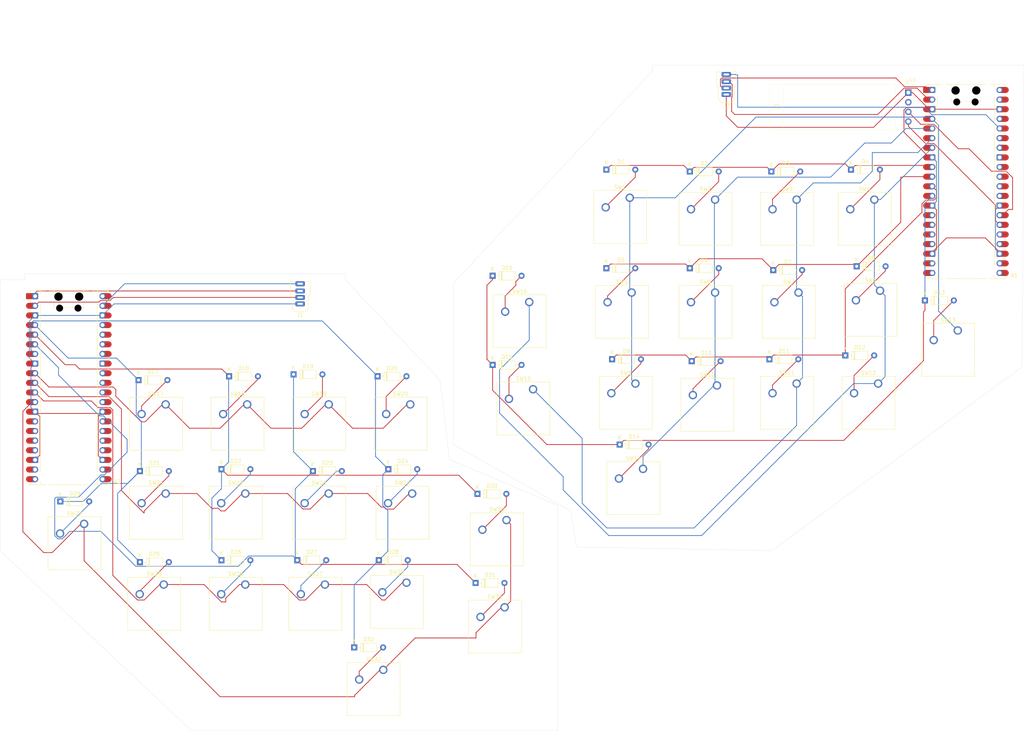
<source format=kicad_pcb>
(kicad_pcb (version 20241229) (generator "pcbnew") (generator_version "9.0")
  (layers (0 "F.Cu" signal) (2 "B.Cu" signal) (13 "F.Paste" user) (15 "B.Paste" user) (5 "F.SilkS" user "F.Silkscreen") (7 "B.SilkS" user "B.Silkscreen") (1 "F.Mask" user) (3 "B.Mask" user) (25 "Edge.Cuts" user))
  (net 0 "")
  (net 1 "/GND")
  (net 6 "/ROWR4")
  (net 8 "/SDA")
  (net 9 "/ROWR3")
  (net 12 "/COLM4")
  (net 13 "/VCC")
  (net 16 "/ROWR2")
  (net 20 "/COLM2")
  (net 22 "/ROWR1")
  (net 25 "/COLM1")
  (net 26 "/RX1")
  (net 27 "/COLM3")
  (net 28 "/SCL")
  (net 33 "/TX1")
  (net 38 "/GND1")
  (net 39 "/CLM1")
  (net 41 "/CLM4")
  (net 43 "/VCC1")
  (net 48 "/ROWL4")
  (net 51 "/ROWL1")
  (net 55 "/ROWL2")
  (net 57 "/TX")
  (net 61 "/CLM2")
  (net 62 "/ROWL3")
  (net 64 "/CLM3")
  (net 67 "/RX")
  (net 69 "Net-(D1-A)")
  (net 70 "Net-(D2-A)")
  (net 71 "Net-(D3-A)")
  (net 72 "Net-(D4-A)")
  (net 73 "Net-(D5-A)")
  (net 74 "Net-(D6-A)")
  (net 75 "Net-(D7-A)")
  (net 76 "Net-(D8-A)")
  (net 77 "Net-(D9-A)")
  (net 78 "Net-(D10-A)")
  (net 79 "Net-(D11-A)")
  (net 80 "Net-(D12-A)")
  (net 81 "Net-(D13-A)")
  (net 82 "Net-(D14-A)")
  (net 83 "Net-(D15-A)")
  (net 84 "Net-(D16-A)")
  (net 85 "Net-(D17-A)")
  (net 86 "Net-(D18-A)")
  (net 87 "Net-(D19-A)")
  (net 88 "Net-(D20-A)")
  (net 89 "Net-(D21-A)")
  (net 90 "Net-(D22-A)")
  (net 91 "Net-(D23-A)")
  (net 92 "Net-(D24-A)")
  (net 93 "Net-(D25-A)")
  (net 94 "Net-(D26-A)")
  (net 95 "Net-(D27-A)")
  (net 96 "Net-(D28-A)")
  (net 97 "Net-(D29-A)")
  (net 98 "Net-(D30-A)")
  (net 99 "Net-(D31-A)")
  (net 100 "Net-(D32-A)")
  (net 101 "+5V")
  (footprint "Button_Switch_Keyboard:SW_Cherry_MX_1.50u_PCB" (layer "F.Cu") (at 148.04 115.92)
    (property "Reference" "SW15")
    (property "Value" "SW_Push")
  )
  (footprint "Diode_THT:D_DO-35_SOD27_P7.62mm_Horizontal" (layer "F.Cu") (at 251.38 92.5)
    (property "Reference" "D13")
    (property "Value" "1N4148")
  )
  (footprint "Diode_THT:D_DO-35_SOD27_P7.62mm_Horizontal" (layer "F.Cu") (at 137.38 109.5)
    (property "Reference" "D15")
    (property "Value" "1N4148")
  )
  (footprint "Button_Switch_Keyboard:SW_Cherry_MX_1.50u_PCB" (layer "F.Cu") (at 108.54 189.92)
    (property "Reference" "SW32")
    (property "Value" "SW_Push")
  )
  (footprint "Diode_THT:D_DO-35_SOD27_P7.62mm_Horizontal" (layer "F.Cu") (at 107.38 161)
    (property "Reference" "D28")
    (property "Value" "1N4148")
  )
  (footprint "Diode_THT:D_DO-35_SOD27_P7.62mm_Horizontal" (layer "F.Cu") (at 65.88 161)
    (property "Reference" "D26")
    (property "Value" "1N4148")
  )
  (footprint "Diode_THT:D_DO-35_SOD27_P7.62mm_Horizontal" (layer "F.Cu") (at 230.38 107)
    (property "Reference" "D12")
    (property "Value" "1N4148")
  )
  (footprint "Button_Switch_Keyboard:SW_Cherry_MX_1.00u_PCB" (layer "F.Cu") (at 29.66 151.42)
    (property "Reference" "SW29")
    (property "Value" "SW_Push")
  )
  (footprint "Button_Switch_Keyboard:SW_Cherry_MX_1.50u_PCB" (layer "F.Cu") (at 177.04 136.92)
    (property "Reference" "SW14")
    (property "Value" "SW_Push")
  )
  (footprint "Button_Switch_Keyboard:SW_Cherry_MX_1.00u_PCB" (layer "F.Cu") (at 196.04 65.92)
    (property "Reference" "SW2")
    (property "Value" "SW_Push")
  )
  (footprint "Button_Switch_Keyboard:SW_Cherry_MX_1.00u_PCB" (layer "F.Cu") (at 174.04 90.42)
    (property "Reference" "SW5")
    (property "Value" "SW_Push")
  )
  (footprint "Diode_THT:D_DO-35_SOD27_P7.62mm_Horizontal" (layer "F.Cu") (at 85.88 161)
    (property "Reference" "D27")
    (property "Value" "1N4148")
  )
  (footprint "Diode_THT:D_DO-35_SOD27_P7.62mm_Horizontal" (layer "F.Cu") (at 109.88 137)
    (property "Reference" "D24")
    (property "Value" "1N4148")
  )
  (footprint "Module:RaspberryPi_Pico_Common_Unspecified" (layer "F.Cu") (at 262.19 61.13)
    (property "Reference" "A1")
    (property "Value" "RaspberryPi_Pico")
  )
  (footprint "Diode_THT:D_DO-35_SOD27_P7.62mm_Horizontal" (layer "F.Cu") (at 231.88 58)
    (property "Reference" "D4")
    (property "Value" "1N4148")
  )
  (footprint "Button_Switch_Keyboard:SW_Cherry_MX_1.00u_PCB" (layer "F.Cu") (at 173.54 65.42)
    (property "Reference" "SW1")
    (property "Value" "SW_Push")
  )
  (footprint "Button_Switch_Keyboard:SW_Cherry_MX_1.00u_PCB" (layer "F.Cu") (at 72.16 167.42)
    (property "Reference" "SW26")
    (property "Value" "SW_Push")
  )
  (footprint "Diode_THT:D_DO-35_SOD27_P7.62mm_Horizontal" (layer "F.Cu") (at 132.88 167)
    (property "Reference" "D31")
    (property "Value" "1N4148")
  )
  (footprint "Button_Switch_Keyboard:SW_Cherry_MX_1.00u_PCB" (layer "F.Cu") (at 94.16 143.42)
    (property "Reference" "SW23")
    (property "Value" "SW_Push")
  )
  (footprint "Diode_THT:D_DO-35_SOD27_P7.62mm_Horizontal" (layer "F.Cu") (at 211.38 84.5)
    (property "Reference" "D7")
    (property "Value" "1N4148")
  )
  (footprint "Button_Switch_Keyboard:SW_Cherry_MX_1.50u_PCB" (layer "F.Cu") (at 141.04 150.42)
    (property "Reference" "SW30")
    (property "Value" "SW_Push")
  )
  (footprint "Button_Switch_Keyboard:SW_Cherry_MX_1.00u_PCB" (layer "F.Cu") (at 239.54 89.92)
    (property "Reference" "SW8")
    (property "Value" "SW_Push")
  )
  (footprint "Diode_THT:D_DO-35_SOD27_P7.62mm_Horizontal" (layer "F.Cu") (at 189.88 108.5)
    (property "Reference" "D10")
    (property "Value" "1N4148")
  )
  (footprint "Diode_THT:D_DO-35_SOD27_P7.62mm_Horizontal" (layer "F.Cu") (at 133.38 143.5)
    (property "Reference" "D30")
    (property "Value" "1N4148")
  )
  (footprint "Diode_THT:D_DO-35_SOD27_P7.62mm_Horizontal" (layer "F.Cu") (at 100.88 184)
    (property "Reference" "D32")
    (property "Value" "1N4148")
  )
  (footprint "Diode_THT:D_DO-35_SOD27_P7.62mm_Horizontal" (layer "F.Cu") (at 189.38 58.5)
    (property "Reference" "D2")
    (property "Value" "1N4148")
  )
  (footprint "Button_Switch_Keyboard:SW_Cherry_MX_1.00u_PCB" (layer "F.Cu") (at 115.66 119.92)
    (property "Reference" "SW20")
    (property "Value" "SW_Push")
  )
  (footprint "Button_Switch_Keyboard:SW_Cherry_MX_1.50u_PCB" (layer "F.Cu") (at 140.54 173.42)
    (property "Reference" "SW31")
    (property "Value" "SW_Push")
  )
  (footprint "Button_Switch_Keyboard:SW_Cherry_MX_1.00u_PCB" (layer "F.Cu") (at 51.16 119.92)
    (property "Reference" "SW17")
    (property "Value" "SW_Push")
  )
  (footprint "Diode_THT:D_DO-35_SOD27_P7.62mm_Horizontal" (layer "F.Cu") (at 167.38 84)
    (property "Reference" "D5")
    (property "Value" "1N4148")
  )
  (footprint "OLED:SSD1306-0.91-OLED-4pin-128x32" (layer "F.Cu") (at 210.5 35.5)
    (property "Reference" "J3")
    (property "Value" "Conn_01x04_Pin")
  )
  (footprint "Connector_Audio:Plug_3.5mm_CUI_SP-3541" (layer "F.Cu") (at 86.62 88.1)
    (property "Reference" "J1")
    (property "Value" "AudioJack4")
  )
  (footprint "Button_Switch_Keyboard:SW_Cherry_MX_1.50u_PCB" (layer "F.Cu") (at 147.04 92.92)
    (property "Reference" "SW16")
    (property "Value" "SW_Push")
  )
  (footprint "Diode_THT:D_DO-35_SOD27_P7.62mm_Horizontal" (layer "F.Cu") (at 67.88 112.5)
    (property "Reference" "D18")
    (property "Value" "1N4148")
  )
  (footprint "Button_Switch_Keyboard:SW_Cherry_MX_1.00u_PCB" (layer "F.Cu") (at 238.04 65.92)
    (property "Reference" "SW4")
    (property "Value" "SW_Push")
  )
  (footprint "Connector_Audio:Plug_3.5mm_CUI_SP-3541" (layer "F.Cu") (at 199 32.9)
    (property "Reference" "J2")
    (property "Value" "AudioJack4")
  )
  (footprint "Diode_THT:D_DO-35_SOD27_P7.62mm_Horizontal" (layer "F.Cu") (at 210.88 58.5)
    (property "Reference" "D3")
    (property "Value" "1N4148")
  )
  (footprint "Button_Switch_Keyboard:SW_Cherry_MX_1.00u_PCB" (layer "F.Cu") (at 218.04 90.42)
    (property "Reference" "SW7")
    (property "Value" "SW_Push")
  )
  (footprint "Diode_THT:D_DO-35_SOD27_P7.62mm_Horizontal" (layer "F.Cu") (at 23.38 145.5)
    (property "Reference" "D29")
    (property "Value" "1N4148")
  )
  (footprint "Diode_THT:D_DO-35_SOD27_P7.62mm_Horizontal" (layer "F.Cu") (at 210.38 108)
    (property "Reference" "D11")
    (property "Value" "1N4148")
  )
  (footprint "Module:RaspberryPi_Pico_Common_Unspecified" (layer "F.Cu") (at 25.62 115.5)
    (property "Reference" "A2")
    (property "Value" "RaspberryPi_Pico")
  )
  (footprint "Diode_THT:D_DO-35_SOD27_P7.62mm_Horizontal" (layer "F.Cu") (at 170.88 130.5)
    (property "Reference" "D14")
    (property "Value" "1N4148")
  )
  (footprint "Diode_THT:D_DO-35_SOD27_P7.62mm_Horizontal" (layer "F.Cu") (at 168.88 108)
    (property "Reference" "D9")
    (property "Value" "1N4148")
  )
  (footprint "Diode_THT:D_DO-35_SOD27_P7.62mm_Horizontal" (layer "F.Cu") (at 44.38 161.5)
    (property "Reference" "D25")
    (property "Value" "1N4148")
  )
  (footprint "Diode_THT:D_DO-35_SOD27_P7.62mm_Horizontal" (layer "F.Cu") (at 233.38 83.5)
    (property "Reference" "D8")
    (property "Value" "1N4148")
  )
  (footprint "Diode_THT:D_DO-35_SOD27_P7.62mm_Horizontal" (layer "F.Cu") (at 137.38 86)
    (property "Reference" "D16")
    (property "Value" "1N4148")
  )
  (footprint "Button_Switch_Keyboard:SW_Cherry_MX_1.00u_PCB" (layer "F.Cu") (at 196.04 90.42)
    (property "Reference" "SW6")
    (property "Value" "SW_Push")
  )
  (footprint "Button_Switch_Keyboard:SW_Cherry_MX_1.00u_PCB" (layer "F.Cu") (at 72.66 119.92)
    (property "Reference" "SW18")
    (property "Value" "SW_Push")
  )
  (footprint "Diode_THT:D_DO-35_SOD27_P7.62mm_Horizontal" (layer "F.Cu") (at 90 137.5)
    (property "Reference" "D23")
    (property "Value" "1N4148")
  )
  (footprint "Diode_THT:D_DO-35_SOD27_P7.62mm_Horizontal" (layer "F.Cu") (at 65.88 137)
    (property "Reference" "D22")
    (property "Value" "1N4148")
  )
  (footprint "Button_Switch_Keyboard:SW_Cherry_MX_1.00u_PCB" (layer "F.Cu") (at 260.04 100.42)
    (property "Reference" "SW13")
    (property "Value" "SW_Push")
  )
  (footprint "Diode_THT:D_DO-35_SOD27_P7.62mm_Horizontal" (layer "F.Cu") (at 44 113.5)
    (property "Reference" "D17")
    (property "Value" "1N4148")
  )
  (footprint "Button_Switch_Keyboard:SW_Cherry_MX_1.00u_PCB" (layer "F.Cu") (at 51.16 143.42)
    (property "Reference" "SW21")
    (property "Value" "SW_Push")
  )
  (footprint "Button_Switch_Keyboard:SW_Cherry_MX_1.00u_PCB" (layer "F.Cu") (at 217.54 65.92)
    (property "Reference" "SW3")
    (property "Value" "SW_Push")
  )
  (footprint "Diode_THT:D_DO-35_SOD27_P7.62mm_Horizontal" (layer "F.Cu") (at 44.38 137.5)
    (property "Reference" "D21")
    (property "Value" "1N4148")
  )
  (footprint "Button_Switch_Keyboard:SW_Cherry_MX_1.00u_PCB" (layer "F.Cu") (at 116.16 143.42)
    (property "Reference" "SW24")
    (property "Value" "SW_Push")
  )
  (footprint "Button_Switch_Keyboard:SW_Cherry_MX_1.00u_PCB" (layer "F.Cu") (at 114.66 166.92)
    (property "Reference" "SW28")
    (property "Value" "SW_Push")
  )
  (footprint "Button_Switch_Keyboard:SW_Cherry_MX_1.00u_PCB" (layer "F.Cu") (at 217.54 114.42)
    (property "Reference" "SW11")
    (property "Value" "SW_Push")
  )
  (footprint "Button_Switch_Keyboard:SW_Cherry_MX_1.00u_PCB" (layer "F.Cu") (at 196.54 114.92)
    (property "Reference" "SW10")
    (property "Value" "SW_Push")
  )
  (footprint "Diode_THT:D_DO-35_SOD27_P7.62mm_Horizontal" (layer "F.Cu") (at 107.04 112.5)
    (property "Reference" "D20")
    (property "Value" "1N4148")
  )
  (footprint "Button_Switch_Keyboard:SW_Cherry_MX_1.00u_PCB" (layer "F.Cu") (at 239.04 114.42)
    (property "Reference" "SW12")
    (property "Value" "SW_Push")
  )
  (footprint "Diode_THT:D_DO-35_SOD27_P7.62mm_Horizontal" (layer "F.Cu") (at 84.88 112)
    (property "Reference" "D19")
    (property "Value" "1N4148")
  )
  (footprint "Button_Switch_Keyboard:SW_Cherry_MX_1.00u_PCB" (layer "F.Cu") (at 93.16 167.42)
    (property "Reference" "SW27")
    (property "Value" "SW_Push")
  )
  (footprint "Diode_THT:D_DO-35_SOD27_P7.62mm_Horizontal" (layer "F.Cu") (at 189.38 84)
    (property "Reference" "D6")
    (property "Value" "1N4148")
  )
  (footprint "Button_Switch_Keyboard:SW_Cherry_MX_1.00u_PCB" (layer "F.Cu") (at 94.16 119.92)
    (property "Reference" "SW19")
    (property "Value" "SW_Push")
  )
  (footprint "Button_Switch_Keyboard:SW_Cherry_MX_1.00u_PCB" (layer "F.Cu") (at 175.04 114.42)
    (property "Reference" "SW9")
    (property "Value" "SW_Push")
  )
  (footprint "Button_Switch_Keyboard:SW_Cherry_MX_1.00u_PCB" (layer "F.Cu") (at 72.16 143.42)
    (property "Reference" "SW22")
    (property "Value" "SW_Push")
  )
  (footprint "Button_Switch_Keyboard:SW_Cherry_MX_1.00u_PCB" (layer "F.Cu") (at 50.66 167.42)
    (property "Reference" "SW25")
    (property "Value" "SW_Push")
  )
  (footprint "Diode_THT:D_DO-35_SOD27_P7.62mm_Horizontal" (layer "F.Cu") (at 167.38 58)
    (property "Reference" "D1")
    (property "Value" "1N4148")
  )
  (gr_line (start 179.5 32) (end 127 88) (stroke (width 0.05)) (layer "Edge.Cuts"))
  (gr_line (start 277 110) (end 277.5 32) (stroke (width 0.05)) (layer "Edge.Cuts"))
  (gr_line (start 154.5 146.5) (end 154.5 206) (stroke (width 0.05)) (layer "Edge.Cuts"))
  (gr_line (start 14 85.5) (end 14 87) (stroke (width 0.05)) (layer "Edge.Cuts"))
  (gr_line (start 98.5 87) (end 123.5 113.5) (stroke (width 0.05)) (layer "Edge.Cuts"))
  (gr_line (start 154.5 206) (end 58 206) (stroke (width 0.05)) (layer "Edge.Cuts"))
  (gr_line (start 277.5 30.5) (end 277.5 32) (stroke (width 0.05)) (layer "Edge.Cuts"))
  (gr_line (start 7.5 87) (end 14 87) (stroke (width 0.05)) (layer "Edge.Cuts"))
  (gr_line (start 126 134.5) (end 154.5 146.5) (stroke (width 0.05)) (layer "Edge.Cuts"))
  (gr_line (start 58 206) (end 7.5 158.5) (stroke (width 0.05)) (layer "Edge.Cuts"))
  (gr_line (start 123.5 113.5) (end 126 134.5) (stroke (width 0.05)) (layer "Edge.Cuts"))
  (gr_line (start 159.5 157.5) (end 211 158.5) (stroke (width 0.05)) (layer "Edge.Cuts"))
  (gr_line (start 158 148) (end 159.5 157.5) (stroke (width 0.05)) (layer "Edge.Cuts"))
  (gr_line (start 127 130.5) (end 158 148) (stroke (width 0.05)) (layer "Edge.Cuts"))
  (gr_line (start 7.5 158.5) (end 7.5 87) (stroke (width 0.05)) (layer "Edge.Cuts"))
  (gr_line (start 14 85.5) (end 98.5 85.5) (stroke (width 0.05)) (layer "Edge.Cuts"))
  (gr_line (start 179.5 30.5) (end 179.5 32) (stroke (width 0.05)) (layer "Edge.Cuts"))
  (gr_line (start 98.5 85.5) (end 98.5 87) (stroke (width 0.05)) (layer "Edge.Cuts"))
  (gr_line (start 277.5 30.5) (end 196 30.5) (stroke (width 0.05)) (layer "Edge.Cuts"))
  (gr_line (start 127 88) (end 127 130.5) (stroke (width 0.05)) (layer "Edge.Cuts"))
  (gr_line (start 196 30.5) (end 179.5 30.5) (stroke (width 0.05)) (layer "Edge.Cuts"))
  (gr_line (start 211 158.5) (end 277 110) (stroke (width 0.05)) (layer "Edge.Cuts"))
  (gr_text "GND" (at 246 35 0) (layer "F.SilkS") (effects (font (size 1 1) (thickness 0.1)) (justify left bottom)))
  (segment (start 252.039 41.619) (end 252.5 42.08) (width 0.2) (layer "F.Cu") (net 1))
  (segment (start 253.3 79.777164) (end 257.077164 76) (width 0.2) (layer "F.Cu") (net 1))
  (segment (start 267.302836 76) (end 271.08 79.777164) (width 0.2) (layer "F.Cu") (net 1))
  (segment (start 254.401 68.581) (end 254.401 79.079) (width 0.2) (layer "F.Cu") (net 1))
  (segment (start 247 37.69) (end 248.11 37.69) (width 0.2) (layer "F.Cu") (net 1))
  (segment (start 252.5 54.78) (end 245.849 48.129) (width 0.2) (layer "F.Cu") (net 1))
  (segment (start 271.08 79.777164) (end 271.08 80.18) (width 0.2) (layer "F.Cu") (net 1))
  (segment (start 254.401 79.079) (end 253.3 80.18) (width 0.2) (layer "F.Cu") (net 1))
  (segment (start 247 37.69) (end 237.84 46.85) (width 0.2) (layer "F.Cu") (net 1))
  (segment (start 246.52324 41.619) (end 252.039 41.619) (width 0.2) (layer "F.Cu") (net 1))
  (segment (start 245.849 42.29324) (end 246.52324 41.619) (width 0.2) (layer "F.Cu") (net 1))
  (segment (start 253.3 80.18) (end 253.3 79.777164) (width 0.2) (layer "F.Cu") (net 1))
  (segment (start 202 46.85) (end 199 43.85) (width 0.2) (layer "F.Cu") (net 1))
  (segment (start 248.11 37.69) (end 252.5 42.08) (width 0.2) (layer "F.Cu") (net 1))
  (segment (start 245.849 48.129) (end 245.849 42.29324) (width 0.2) (layer "F.Cu") (net 1))
  (segment (start 199 43.85) (end 199 38.2) (width 0.2) (layer "F.Cu") (net 1))
  (segment (start 257.077164 76) (end 267.302836 76) (width 0.2) (layer "F.Cu") (net 1))
  (segment (start 237.84 46.85) (end 202 46.85) (width 0.2) (layer "F.Cu") (net 1))
  (segment (start 253.3 67.48) (end 254.401 68.581) (width 0.2) (layer "F.Cu") (net 1))
  (segment (start 253.3 42.08) (end 271.88 42.08) (width 0.2) (layer "F.Cu") (net 1))
  (segment (start 269.979 79.079) (end 269.979 68.581) (width 0.2) (layer "B.Cu") (net 1))
  (segment (start 253.3 54.78) (end 254.401 55.881) (width 0.2) (layer "B.Cu") (net 1))
  (segment (start 271.08 80.18) (end 269.979 79.079) (width 0.2) (layer "B.Cu") (net 1))
  (segment (start 269.979 68.581) (end 271.08 67.48) (width 0.2) (layer "B.Cu") (net 1))
  (segment (start 254.401 66.379) (end 253.3 67.48) (width 0.2) (layer "B.Cu") (net 1))
  (segment (start 254.401 55.881) (end 254.401 66.379) (width 0.2) (layer "B.Cu") (net 1))
  (segment (start 251 95.5) (end 251.38 95.12) (width 0.2) (layer "F.Cu") (net 6))
  (segment (start 170.88 130.5) (end 171.981 129.399) (width 0.2) (layer "F.Cu") (net 6))
  (segment (start 137.38 86) (end 137.38 87) (width 0.2) (layer "F.Cu") (net 6))
  (segment (start 137.38 87) (end 135.88 88.5) (width 0.2) (layer "F.Cu") (net 6))
  (segment (start 135.88 88.5) (end 135.88 108) (width 0.2) (layer "F.Cu") (net 6))
  (segment (start 229.98253 129.399) (end 251 108.38153) (width 0.2) (layer "F.Cu") (net 6))
  (segment (start 151.675184 130.5) (end 170.88 130.5) (width 0.2) (layer "F.Cu") (net 6))
  (segment (start 137.38 109.5) (end 137.38 116.204816) (width 0.2) (layer "F.Cu") (net 6))
  (segment (start 251 108.38153) (end 251 95.5) (width 0.2) (layer "F.Cu") (net 6))
  (segment (start 137.38 116.204816) (end 151.675184 130.5) (width 0.2) (layer "F.Cu") (net 6))
  (segment (start 251.38 95.12) (end 251.38 92.5) (width 0.2) (layer "F.Cu") (net 6))
  (segment (start 135.88 108) (end 137.38 109.5) (width 0.2) (layer "F.Cu") (net 6))
  (segment (start 171.981 129.399) (end 229.98253 129.399) (width 0.2) (layer "F.Cu") (net 6))
  (segment (start 251.38 66.86) (end 253.3 64.94) (width 0.2) (layer "B.Cu") (net 6))
  (segment (start 251.38 92.5) (end 251.38 66.86) (width 0.2) (layer "B.Cu") (net 6))
  (segment (start 269.974 67.35695) (end 269.974 71.454) (width 0.2) (layer "F.Cu") (net 8))
  (segment (start 247 45.31) (end 247 46.55705) (width 0.2) (layer "F.Cu") (net 8))
  (segment (start 253.75605 51.139) (end 269.974 67.35695) (width 0.2) (layer "F.Cu") (net 8))
  (segment (start 247 46.55705) (end 251.58195 51.139) (width 0.2) (layer "F.Cu") (net 8))
  (segment (start 251.58195 51.139) (end 253.75605 51.139) (width 0.2) (layer "F.Cu") (net 8))
  (segment (start 269.974 71.454) (end 271.08 72.56) (width 0.2) (layer "F.Cu") (net 8))
  (segment (start 168.88 108) (end 169.981 106.899) (width 0.2) (layer "F.Cu") (net 9))
  (segment (start 251.574878 66.041) (end 253.75605 66.041) (width 0.2) (layer "F.Cu") (net 9))
  (segment (start 210.38 108) (end 211.481 106.899) (width 0.2) (layer "F.Cu") (net 9))
  (segment (start 253.75605 66.041) (end 254.401 65.39605) (width 0.2) (layer "F.Cu") (net 9))
  (segment (start 254.401 63.501) (end 253.3 62.4) (width 0.2) (layer "F.Cu") (net 9))
  (segment (start 254.401 65.39605) (end 254.401 63.501) (width 0.2) (layer "F.Cu") (net 9))
  (segment (start 250.594 67.021878) (end 251.574878 66.041) (width 0.2) (layer "F.Cu") (net 9))
  (segment (start 230.38 89.447878) (end 250.594 69.233878) (width 0.2) (layer "F.Cu") (net 9))
  (segment (start 190.981 107.399) (end 209.779 107.399) (width 0.2) (layer "F.Cu") (net 9))
  (segment (start 188.279 106.899) (end 189.88 108.5) (width 0.2) (layer "F.Cu") (net 9))
  (segment (start 211.481 106.899) (end 230.279 106.899) (width 0.2) (layer "F.Cu") (net 9))
  (segment (start 230.279 106.899) (end 230.38 107) (width 0.2) (layer "F.Cu") (net 9))
  (segment (start 169.981 106.899) (end 188.279 106.899) (width 0.2) (layer "F.Cu") (net 9))
  (segment (start 230.38 107) (end 230.38 89.447878) (width 0.2) (layer "F.Cu") (net 9))
  (segment (start 189.88 108.5) (end 190.981 107.399) (width 0.2) (layer "F.Cu") (net 9))
  (segment (start 209.779 107.399) (end 210.38 108) (width 0.2) (layer "F.Cu") (net 9))
  (segment (start 250.594 69.233878) (end 250.594 67.021878) (width 0.2) (layer "F.Cu") (net 9))
  (segment (start 238.04 65.92) (end 239.62 65.92) (width 0.2) (layer "B.Cu") (net 12))
  (segment (start 192.5 154.5) (end 232.58 114.42) (width 0.2) (layer "B.Cu") (net 12))
  (segment (start 239.62 65.92) (end 253.3 52.24) (width 0.2) (layer "B.Cu") (net 12))
  (segment (start 156 139) (end 156 142.5) (width 0.2) (layer "B.Cu") (net 12))
  (segment (start 239.54 89.92) (end 238.04 88.42) (width 0.2) (layer "B.Cu") (net 12))
  (segment (start 147.04 92.92) (end 147.04 102.96) (width 0.2) (layer "B.Cu") (net 12))
  (segment (start 147.04 102.96) (end 139.219 110.781) (width 0.2) (layer "B.Cu") (net 12))
  (segment (start 240.879 91.259) (end 239.54 89.92) (width 0.2) (layer "B.Cu") (net 12))
  (segment (start 156 142.5) (end 168 154.5) (width 0.2) (layer "B.Cu") (net 12))
  (segment (start 239.04 114.42) (end 240.879 112.581) (width 0.2) (layer "B.Cu") (net 12))
  (segment (start 238.04 88.42) (end 238.04 65.92) (width 0.2) (layer "B.Cu") (net 12))
  (segment (start 139.219 110.781) (end 139.219 122.219) (width 0.2) (layer "B.Cu") (net 12))
  (segment (start 168 154.5) (end 192.5 154.5) (width 0.2) (layer "B.Cu") (net 12))
  (segment (start 240.879 112.581) (end 240.879 91.259) (width 0.2) (layer "B.Cu") (net 12))
  (segment (start 139.219 122.219) (end 156 139) (width 0.2) (layer "B.Cu") (net 12))
  (segment (start 232.58 114.42) (end 239.04 114.42) (width 0.2) (layer "B.Cu") (net 12))
  (segment (start 201.4 32.9) (end 199 32.9) (width 0.2) (layer "B.Cu") (net 13))
  (segment (start 251.205878 41.55) (end 253.174878 43.519) (width 0.2) (layer "B.Cu") (net 13))
  (segment (start 201.5 33) (end 201.4 32.9) (width 0.2) (layer "B.Cu") (net 13))
  (segment (start 267.439 43.519) (end 271.08 47.16) (width 0.2) (layer "B.Cu") (net 13))
  (segment (start 253.174878 43.519) (end 267.439 43.519) (width 0.2) (layer "B.Cu") (net 13))
  (segment (start 202 41.55) (end 202 33) (width 0.2) (layer "B.Cu") (net 13))
  (segment (start 202 33) (end 201.5 33) (width 0.2) (layer "B.Cu") (net 13))
  (segment (start 202 41.55) (end 251.205878 41.55) (width 0.2) (layer "B.Cu") (net 13))
  (segment (start 233.38 83.5) (end 245 71.88) (width 0.2) (layer "F.Cu") (net 16))
  (segment (start 245.5 60) (end 245.64 59.86) (width 0.2) (layer "F.Cu") (net 16))
  (segment (start 168.481 82.899) (end 167.38 84) (width 0.2) (layer "F.Cu") (net 16))
  (segment (start 189.38 84) (end 191.88 81.5) (width 0.2) (layer "F.Cu") (net 16))
  (segment (start 189.38 84) (end 188.279 82.899) (width 0.2) (layer "F.Cu") (net 16))
  (segment (start 232.88 83) (end 233.38 83.5) (width 0.2) (layer "F.Cu") (net 16))
  (segment (start 188.279 82.899) (end 168.481 82.899) (width 0.2) (layer "F.Cu") (net 16))
  (segment (start 211.38 84.5) (end 212.88 83) (width 0.2) (layer "F.Cu") (net 16))
  (segment (start 208.38 81.5) (end 211.38 84.5) (width 0.2) (layer "F.Cu") (net 16))
  (segment (start 245.64 59.86) (end 252.5 59.86) (width 0.2) (layer "F.Cu") (net 16))
  (segment (start 245 71.88) (end 245 60) (width 0.2) (layer "F.Cu") (net 16))
  (segment (start 212.88 83) (end 232.88 83) (width 0.2) (layer "F.Cu") (net 16))
  (segment (start 191.88 81.5) (end 208.38 81.5) (width 0.2) (layer "F.Cu") (net 16))
  (segment (start 245 60) (end 245.5 60) (width 0.2) (layer "F.Cu") (net 16))
  (segment (start 242.5 51) (end 246.34 47.16) (width 0.2) (layer "B.Cu") (net 20))
  (segment (start 201.96 60) (end 226.5 60) (width 0.2) (layer "B.Cu") (net 20))
  (segment (start 196.04 65.92) (end 201.96 60) (width 0.2) (layer "B.Cu") (net 20))
  (segment (start 177.04 136.92) (end 177.04 133.635184) (width 0.2) (layer "B.Cu") (net 20))
  (segment (start 177.04 133.635184) (end 195.755184 114.92) (width 0.2) (layer "B.Cu") (net 20))
  (segment (start 195.851 66.109) (end 196.04 65.92) (width 0.2) (layer "B.Cu") (net 20))
  (segment (start 196.04 114.42) (end 196.04 90.42) (width 0.2) (layer "B.Cu") (net 20))
  (segment (start 226.5 60) (end 235.5 51) (width 0.2) (layer "B.Cu") (net 20))
  (segment (start 246.34 47.16) (end 253.3 47.16) (width 0.2) (layer "B.Cu") (net 20))
  (segment (start 195.755184 114.92) (end 196.54 114.92) (width 0.2) (layer "B.Cu") (net 20))
  (segment (start 196.04 90.42) (end 195.851 90.231) (width 0.2) (layer "B.Cu") (net 20))
  (segment (start 195.851 90.231) (end 195.851 66.109) (width 0.2) (layer "B.Cu") (net 20))
  (segment (start 196.54 114.92) (end 196.04 114.42) (width 0.2) (layer "B.Cu") (net 20))
  (segment (start 235.5 51) (end 242.5 51) (width 0.2) (layer "B.Cu") (net 20))
  (segment (start 232.981 56.899) (end 252.879 56.899) (width 0.2) (layer "F.Cu") (net 22))
  (segment (start 210.88 58.5) (end 212.88 56.5) (width 0.2) (layer "F.Cu") (net 22))
  (segment (start 167.38 58) (end 168.481 56.899) (width 0.2) (layer "F.Cu") (net 22))
  (segment (start 212.88 56.5) (end 230.38 56.5) (width 0.2) (layer "F.Cu") (net 22))
  (segment (start 187.779 56.899) (end 189.38 58.5) (width 0.2) (layer "F.Cu") (net 22))
  (segment (start 231.88 58) (end 232.981 56.899) (width 0.2) (layer "F.Cu") (net 22))
  (segment (start 190.481 57.399) (end 189.38 58.5) (width 0.2) (layer "F.Cu") (net 22))
  (segment (start 209.779 57.399) (end 190.481 57.399) (width 0.2) (layer "F.Cu") (net 22))
  (segment (start 210.88 58.5) (end 209.779 57.399) (width 0.2) (layer "F.Cu") (net 22))
  (segment (start 168.481 56.899) (end 187.779 56.899) (width 0.2) (layer "F.Cu") (net 22))
  (segment (start 230.38 56.5) (end 231.88 58) (width 0.2) (layer "F.Cu") (net 22))
  (segment (start 252.879 56.899) (end 253.3 57.32) (width 0.2) (layer "F.Cu") (net 22))
  (segment (start 173.62 65.5) (end 174 65.5) (width 0.2) (layer "F.Cu") (net 25))
  (segment (start 173.54 65.42) (end 173.62 65.5) (width 0.2) (layer "F.Cu") (net 25))
  (segment (start 254.989 95.369) (end 254.989 46.309) (width 0.2) (layer "B.Cu") (net 25))
  (segment (start 252.839 44.159) (end 206.826298 44.159) (width 0.2) (layer "B.Cu") (net 25))
  (segment (start 260.04 100.42) (end 254.989 95.369) (width 0.2) (layer "B.Cu") (net 25))
  (segment (start 173.54 89.92) (end 174.04 90.42) (width 0.2) (layer "B.Cu") (net 25))
  (segment (start 185.565298 65.42) (end 173.54 65.42) (width 0.2) (layer "B.Cu") (net 25))
  (segment (start 254.989 46.309) (end 253.3 44.62) (width 0.2) (layer "B.Cu") (net 25))
  (segment (start 173.54 65.42) (end 173.54 89.92) (width 0.2) (layer "B.Cu") (net 25))
  (segment (start 206.826298 44.159) (end 185.565298 65.42) (width 0.2) (layer "B.Cu") (net 25))
  (segment (start 174.04 90.42) (end 174.04 113.42) (width 0.2) (layer "B.Cu") (net 25))
  (segment (start 253.3 44.62) (end 252.839 44.159) (width 0.2) (layer "B.Cu") (net 25))
  (segment (start 174.04 113.42) (end 175.04 114.42) (width 0.2) (layer "B.Cu") (net 25))
  (segment (start 252.5 39.54) (end 252.324406 39.54) (width 0.2) (layer "F.Cu") (net 26))
  (segment (start 200.551 38.784298) (end 200.551 35.551) (width 0.2) (layer "F.Cu") (net 26))
  (segment (start 201.197602 43.45) (end 200.413702 42.6661) (width 0.2) (layer "F.Cu") (net 26))
  (segment (start 238.938 43.45) (end 201.197602 43.45) (width 0.2) (layer "F.Cu") (net 26))
  (segment (start 200.413702 38.921596) (end 200.551 38.784298) (width 0.2) (layer "F.Cu") (net 26))
  (segment (start 200.413702 42.6661) (end 200.413702 38.921596) (width 0.2) (layer "F.Cu") (net 26))
  (segment (start 249.323406 36.539) (end 245.849 36.539) (width 0.2) (layer "F.Cu") (net 26))
  (segment (start 245.849 36.539) (end 238.938 43.45) (width 0.2) (layer "F.Cu") (net 26))
  (segment (start 200.551 35.551) (end 199.8 34.8) (width 0.2) (layer "F.Cu") (net 26))
  (segment (start 199.8 34.8) (end 199 34.8) (width 0.2) (layer "F.Cu") (net 26))
  (segment (start 252.324406 39.54) (end 249.323406 36.539) (width 0.2) (layer "F.Cu") (net 26))
  (segment (start 234.44295 61.5) (end 237.5 58.44295) (width 0.2) (layer "B.Cu") (net 27))
  (segment (start 237.5 53.5) (end 249.5 53.5) (width 0.2) (layer "B.Cu") (net 27))
  (segment (start 217.54 125.46) (end 217.54 114.42) (width 0.2) (layer "B.Cu") (net 27))
  (segment (start 161 128.88) (end 161 146) (width 0.2) (layer "B.Cu") (net 27))
  (segment (start 217.54 114.42) (end 219.101 112.859) (width 0.2) (layer "B.Cu") (net 27))
  (segment (start 221.96 61.5) (end 234.44295 61.5) (width 0.2) (layer "B.Cu") (net 27))
  (segment (start 161 146) (end 167.5 152.5) (width 0.2) (layer "B.Cu") (net 27))
  (segment (start 167.5 152.5) (end 190.5 152.5) (width 0.2) (layer "B.Cu") (net 27))
  (segment (start 217.54 65.92) (end 221.96 61.5) (width 0.2) (layer "B.Cu") (net 27))
  (segment (start 249.5 53.5) (end 253.3 49.7) (width 0.2) (layer "B.Cu") (net 27))
  (segment (start 237.5 58.44295) (end 237.5 53.5) (width 0.2) (layer "B.Cu") (net 27))
  (segment (start 218.04 90.42) (end 217.54 89.92) (width 0.2) (layer "B.Cu") (net 27))
  (segment (start 219.101 91.481) (end 218.04 90.42) (width 0.2) (layer "B.Cu") (net 27))
  (segment (start 217.54 89.92) (end 217.54 65.92) (width 0.2) (layer "B.Cu") (net 27))
  (segment (start 148.04 115.92) (end 161 128.88) (width 0.2) (layer "B.Cu") (net 27))
  (segment (start 219.101 112.859) (end 219.101 91.481) (width 0.2) (layer "B.Cu") (net 27))
  (segment (start 190.5 152.5) (end 217.54 125.46) (width 0.2) (layer "B.Cu") (net 27))
  (segment (start 272.79805 58.421) (end 274.5 60.12295) (width 0.2) (layer "F.Cu") (net 28))
  (segment (start 263 52.5) (end 268.921 58.421) (width 0.2) (layer "F.Cu") (net 28))
  (segment (start 247 42.77) (end 250.289 46.059) (width 0.2) (layer "F.Cu") (net 28))
  (segment (start 274.5 68.5) (end 273.4 68.5) (width 0.2) (layer "F.Cu") (net 28))
  (segment (start 273.4 68.5) (end 271.88 70.02) (width 0.2) (layer "F.Cu") (net 28))
  (segment (start 260.19705 52.5) (end 263 52.5) (width 0.2) (layer "F.Cu") (net 28))
  (segment (start 250.289 46.059) (end 253.75605 46.059) (width 0.2) (layer "F.Cu") (net 28))
  (segment (start 274.5 60.12295) (end 274.5 68.5) (width 0.2) (layer "F.Cu") (net 28))
  (segment (start 253.75605 46.059) (end 260.19705 52.5) (width 0.2) (layer "F.Cu") (net 28))
  (segment (start 268.921 58.421) (end 272.79805 58.421) (width 0.2) (layer "F.Cu") (net 28))
  (segment (start 246 36.138) (end 243.712 33.85) (width 0.2) (layer "F.Cu") (net 33))
  (segment (start 197.449 35.949) (end 198 36.5) (width 0.2) (layer "F.Cu") (net 33))
  (segment (start 197.814702 33.85) (end 197.449 34.215702) (width 0.2) (layer "F.Cu") (net 33))
  (segment (start 198 36.5) (end 199 36.5) (width 0.2) (layer "F.Cu") (net 33))
  (segment (start 243.712 33.85) (end 197.814702 33.85) (width 0.2) (layer "F.Cu") (net 33))
  (segment (start 197.449 34.215702) (end 197.449 35.949) (width 0.2) (layer "F.Cu") (net 33))
  (segment (start 246 36.138) (end 251.638 36.138) (width 0.2) (layer "F.Cu") (net 33))
  (segment (start 251.638 36.138) (end 252.5 37) (width 0.2) (layer "F.Cu") (net 33))
  (segment (start 17.17296 122.29296) (end 34.06704 122.29296) (width 0.2) (layer "F.Cu") (net 38))
  (segment (start 16.73 134.55) (end 18 133.28) (width 0.2) (layer "F.Cu") (net 38))
  (segment (start 18 123.12) (end 16.73 121.85) (width 0.2) (layer "F.Cu") (net 38))
  (segment (start 34.51 134.55) (end 33.409 133.449) (width 0.2) (layer "F.Cu") (net 38))
  (segment (start 33.409 122.951) (end 34.51 121.85) (width 0.2) (layer "F.Cu") (net 38))
  (segment (start 34.06704 122.29296) (end 34.51 121.85) (width 0.2) (layer "F.Cu") (net 38))
  (segment (start 33.409 133.449) (end 33.409 122.951) (width 0.2) (layer "F.Cu") (net 38))
  (segment (start 18 133.28) (end 18 123.12) (width 0.2) (layer "F.Cu") (net 38))
  (segment (start 16.73 121.85) (end 17.17296 122.29296) (width 0.2) (layer "F.Cu") (net 38))
  (segment (start 15.629 110.251) (end 16.73 109.15) (width 0.2) (layer "B.Cu") (net 38))
  (segment (start 37.56 93.4) (end 86.62 93.4) (width 0.2) (layer "B.Cu") (net 38))
  (segment (start 15.228 107.648) (end 15.228 97.952) (width 0.2) (layer "B.Cu") (net 38))
  (segment (start 16.73 121.85) (end 15.629 120.749) (width 0.2) (layer "B.Cu") (net 38))
  (segment (start 16.73 109.15) (end 15.228 107.648) (width 0.2) (layer "B.Cu") (net 38))
  (segment (start 15.629 120.749) (end 15.629 110.251) (width 0.2) (layer "B.Cu") (net 38))
  (segment (start 15.228 97.952) (end 16.73 96.45) (width 0.2) (layer "B.Cu") (net 38))
  (segment (start 34.51 96.45) (end 37.56 93.4) (width 0.2) (layer "B.Cu") (net 38))
  (segment (start 16.73 96.45) (end 34.51 96.45) (width 0.2) (layer "B.Cu") (net 38))
  (segment (start 45.73594 124.50253) (end 44.741 124.50253) (width 0.2) (layer "F.Cu") (net 39))
  (segment (start 72.66 119.92) (end 71.81847 119.92) (width 0.2) (layer "F.Cu") (net 39))
  (segment (start 114.81847 119.92) (end 108.53747 126.201) (width 0.2) (layer "F.Cu") (net 39))
  (segment (start 93.31847 119.92) (end 87.03747 126.201) (width 0.2) (layer "F.Cu") (net 39))
  (segment (start 94.16 119.92) (end 93.31847 119.92) (width 0.2) (layer "F.Cu") (net 39))
  (segment (start 78.941 126.201) (end 72.66 119.92) (width 0.2) (layer "F.Cu") (net 39))
  (segment (start 57.441 126.201) (end 51.16 119.92) (width 0.2) (layer "F.Cu") (net 39))
  (segment (start 51.16 119.92) (end 50.31847 119.92) (width 0.2) (layer "F.Cu") (net 39))
  (segment (start 100.441 126.201) (end 94.16 119.92) (width 0.2) (layer "F.Cu") (net 39))
  (segment (start 50.31847 119.92) (end 45.73594 124.50253) (width 0.2) (layer "F.Cu") (net 39))
  (segment (start 37.331 115.331) (end 20.371 115.331) (width 0.2) (layer "F.Cu") (net 39))
  (segment (start 108.53747 126.201) (end 100.441 126.201) (width 0.2) (layer "F.Cu") (net 39))
  (segment (start 44.741 124.50253) (end 38 117.76153) (width 0.2) (layer "F.Cu") (net 39))
  (segment (start 38 116) (end 37.331 115.331) (width 0.2) (layer "F.Cu") (net 39))
  (segment (start 38 117.76153) (end 38 116) (width 0.2) (layer "F.Cu") (net 39))
  (segment (start 71.81847 119.92) (end 65.53747 126.201) (width 0.2) (layer "F.Cu") (net 39))
  (segment (start 87.03747 126.201) (end 78.941 126.201) (width 0.2) (layer "F.Cu") (net 39))
  (segment (start 20.371 115.331) (end 16.73 111.69) (width 0.2) (layer "F.Cu") (net 39))
  (segment (start 65.53747 126.201) (end 57.441 126.201) (width 0.2) (layer "F.Cu") (net 39))
  (segment (start 115.66 119.92) (end 114.81847 119.92) (width 0.2) (layer "F.Cu") (net 39))
  (segment (start 65.5 197) (end 29.66 161.16) (width 0.2) (layer "F.Cu") (net 41))
  (segment (start 21.23847 159) (end 19 159) (width 0.2) (layer "F.Cu") (net 41))
  (segment (start 141.04 150.42) (end 142.139999 151.519999) (width 0.2) (layer "F.Cu") (net 41))
  (segment (start 133 180.11847) (end 133 181.5) (width 0.2) (layer "F.Cu") (net 41))
  (segment (start 13.5 153.5) (end 13.5 121.74) (width 0.2) (layer "F.Cu") (net 41))
  (segment (start 19 159) (end 13.5 153.5) (width 0.2) (layer "F.Cu") (net 41))
  (segment (start 142.139999 171.820001) (end 140.54 173.42) (width 0.2) (layer "F.Cu") (net 41))
  (segment (start 101 196.61847) (end 101 197) (width 0.2) (layer "F.Cu") (net 41))
  (segment (start 108.54 189.92) (end 107.69847 189.92) (width 0.2) (layer "F.Cu") (net 41))
  (segment (start 140.54 173.42) (end 139.69847 173.42) (width 0.2) (layer "F.Cu") (net 41))
  (segment (start 29.66 151.42) (end 28.81847 151.42) (width 0.2) (layer "F.Cu") (net 41))
  (segment (start 13.5 121.74) (end 15.93 119.31) (width 0.2) (layer "F.Cu") (net 41))
  (segment (start 116.96 181.5) (end 108.54 189.92) (width 0.2) (layer "F.Cu") (net 41))
  (segment (start 101 197) (end 65.5 197) (width 0.2) (layer "F.Cu") (net 41))
  (segment (start 29.66 161.16) (end 29.66 151.42) (width 0.2) (layer "F.Cu") (net 41))
  (segment (start 139.69847 173.42) (end 133 180.11847) (width 0.2) (layer "F.Cu") (net 41))
  (segment (start 107.69847 189.92) (end 101 196.61847) (width 0.2) (layer "F.Cu") (net 41))
  (segment (start 133 181.5) (end 116.96 181.5) (width 0.2) (layer "F.Cu") (net 41))
  (segment (start 142.139999 151.519999) (end 142.139999 171.820001) (width 0.2) (layer "F.Cu") (net 41))
  (segment (start 28.81847 151.42) (end 21.23847 159) (width 0.2) (layer "F.Cu") (net 41))
  (segment (start 86.62 88.1) (end 40.32 88.1) (width 0.2) (layer "B.Cu") (net 43))
  (segment (start 40.32 88.1) (end 34.51 93.91) (width 0.2) (layer "B.Cu") (net 43))
  (segment (start 109.741 158.639) (end 109.741 147.872314) (width 0.2) (layer "B.Cu") (net 48))
  (segment (start 107.04 112.5) (end 92.429 97.889) (width 0.2) (layer "B.Cu") (net 48))
  (segment (start 108.409 138.471) (end 109.88 137) (width 0.2) (layer "B.Cu") (net 48))
  (segment (start 92.429 97.889) (end 16.27395 97.889) (width 0.2) (layer "B.Cu") (net 48))
  (segment (start 106.5 133.62) (end 106.5 113.04) (width 0.2) (layer "B.Cu") (net 48))
  (segment (start 100.88 184) (end 100.88 167.5) (width 0.2) (layer "B.Cu") (net 48))
  (segment (start 107.38 161) (end 109.741 158.639) (width 0.2) (layer "B.Cu") (net 48))
  (segment (start 15.629 98.53395) (end 15.629 105.509) (width 0.2) (layer "B.Cu") (net 48))
  (segment (start 108.409 146.540314) (end 108.409 138.471) (width 0.2) (layer "B.Cu") (net 48))
  (segment (start 109.741 147.872314) (end 108.409 146.540314) (width 0.2) (layer "B.Cu") (net 48))
  (segment (start 106.5 113.04) (end 107.04 112.5) (width 0.2) (layer "B.Cu") (net 48))
  (segment (start 16.27395 97.889) (end 15.629 98.53395) (width 0.2) (layer "B.Cu") (net 48))
  (segment (start 15.629 105.509) (end 16.73 106.61) (width 0.2) (layer "B.Cu") (net 48))
  (segment (start 100.88 167.5) (end 107.38 161) (width 0.2) (layer "B.Cu") (net 48))
  (segment (start 109.88 137) (end 106.5 133.62) (width 0.2) (layer "B.Cu") (net 48))
  (segment (start 44.741 137.139) (end 44.741 124.372314) (width 0.2) (layer "B.Cu") (net 51))
  (segment (start 34.21195 140.731) (end 41.149 140.731) (width 0.2) (layer "B.Cu") (net 51))
  (segment (start 29.44295 145.5) (end 34.21195 140.731) (width 0.2) (layer "B.Cu") (net 51))
  (segment (start 44.741 124.372314) (end 43.409 123.040314) (width 0.2) (layer "B.Cu") (net 51))
  (segment (start 41.149 140.731) (end 44.38 137.5) (width 0.2) (layer "B.Cu") (net 51))
  (segment (start 38.5 155.62) (end 38.5 143.38) (width 0.2) (layer "B.Cu") (net 51))
  (segment (start 25.451 107.711) (end 16.73 98.99) (width 0.2) (layer "B.Cu") (net 51))
  (segment (start 43.409 123.040314) (end 43.409 114.091) (width 0.2) (layer "B.Cu") (net 51))
  (segment (start 43.409 114.091) (end 44 113.5) (width 0.2) (layer "B.Cu") (net 51))
  (segment (start 44.38 161.5) (end 38.5 155.62) (width 0.2) (layer "B.Cu") (net 51))
  (segment (start 38.211 107.711) (end 25.451 107.711) (width 0.2) (layer "B.Cu") (net 51))
  (segment (start 44.38 137.5) (end 44.741 137.139) (width 0.2) (layer "B.Cu") (net 51))
  (segment (start 23.38 145.5) (end 29.44295 145.5) (width 0.2) (layer "B.Cu") (net 51))
  (segment (start 44 113.5) (end 38.211 107.711) (width 0.2) (layer "B.Cu") (net 51))
  (segment (start 38.5 143.38) (end 44.38 137.5) (width 0.2) (layer "B.Cu") (net 51))
  (segment (start 65.969 110.589) (end 28.455918 110.589) (width 0.2) (layer "F.Cu") (net 55))
  (segment (start 24.649 109.449) (end 16.73 101.53) (width 0.2) (layer "F.Cu") (net 55))
  (segment (start 67.481 138.601) (end 128.481 138.601) (width 0.2) (layer "F.Cu") (net 55))
  (segment (start 27.315918 109.449) (end 24.649 109.449) (width 0.2) (layer "F.Cu") (net 55))
  (segment (start 128.481 138.601) (end 133.38 143.5) (width 0.2) (layer "F.Cu") (net 55))
  (segment (start 28.455918 110.589) (end 27.315918 109.449) (width 0.2) (layer "F.Cu") (net 55))
  (segment (start 67.88 112.5) (end 65.969 110.589) (width 0.2) (layer "F.Cu") (net 55))
  (segment (start 65.88 137) (end 67.481 138.601) (width 0.2) (layer "F.Cu") (net 55))
  (segment (start 65.88 142.12) (end 65.88 137) (width 0.2) (layer "B.Cu") (net 55))
  (segment (start 67.88 112.5) (end 67.769 112.611) (width 0.2) (layer "B.Cu") (net 55))
  (segment (start 63.339 144.661) (end 65.88 142.12) (width 0.2) (layer "B.Cu") (net 55))
  (segment (start 67.769 112.611) (end 67.769 135.111) (width 0.2) (layer "B.Cu") (net 55))
  (segment (start 65.88 161) (end 63.339 158.459) (width 0.2) (layer "B.Cu") (net 55))
  (segment (start 67.769 135.111) (end 65.88 137) (width 0.2) (layer "B.Cu") (net 55))
  (segment (start 63.339 158.459) (end 63.339 144.661) (width 0.2) (layer "B.Cu") (net 55))
  (segment (start 17.3 90) (end 15.93 91.37) (width 0.2) (layer "F.Cu") (net 57))
  (segment (start 86.62 90) (end 17.3 90) (width 0.2) (layer "F.Cu") (net 57))
  (segment (start 108 147) (end 108.73847 147) (width 0.2) (layer "F.Cu") (net 61))
  (segment (start 45.368686 148.5) (end 39.5 142.631314) (width 0.2) (layer "F.Cu") (net 61))
  (segment (start 83.288686 143.42) (end 87.368686 147.5) (width 0.2) (layer "F.Cu") (net 61))
  (segment (start 65.73847 148) (end 66.795184 148) (width 0.2) (layer "F.Cu") (net 61))
  (segment (start 63.5 147.5) (end 63.701 147.299) (width 0.2) (layer "F.Cu") (net 61))
  (segment (start 65.03747 147.299) (end 65.73847 148) (width 0.2) (layer "F.Cu") (net 61))
  (segment (start 66.795184 148) (end 71.375184 143.42) (width 0.2) (layer "F.Cu") (net 61))
  (segment (start 109.264654 147.526184) (end 111.269 147.526184) (width 0.2) (layer "F.Cu") (net 61))
  (segment (start 45.5 148.5) (end 45.368686 148.5) (width 0.2) (layer "F.Cu") (net 61))
  (segment (start 71.375184 143.42) (end 72.16 143.42) (width 0.2) (layer "F.Cu") (net 61))
  (segment (start 51.16 143.42) (end 50.08 143.42) (width 0.2) (layer "F.Cu") (net 61))
  (segment (start 45.5 148) (end 45.5 148.5) (width 0.2) (layer "F.Cu") (net 61))
  (segment (start 20.371 117.871) (end 16.73 114.23) (width 0.2) (layer "F.Cu") (net 61))
  (segment (start 87.368686 147.5) (end 89.295184 147.5) (width 0.2) (layer "F.Cu") (net 61))
  (segment (start 94.16 143.42) (end 104.42 143.42) (width 0.2) (layer "F.Cu") (net 61))
  (segment (start 93.375184 143.42) (end 94.16 143.42) (width 0.2) (layer "F.Cu") (net 61))
  (segment (start 39.5 142.631314) (end 39.5 121.14295) (width 0.2) (layer "F.Cu") (net 61))
  (segment (start 36.22805 117.871) (end 20.371 117.871) (width 0.2) (layer "F.Cu") (net 61))
  (segment (start 111.269 147.526184) (end 115.375184 143.42) (width 0.2) (layer "F.Cu") (net 61))
  (segment (start 115.375184 143.42) (end 116.16 143.42) (width 0.2) (layer "F.Cu") (net 61))
  (segment (start 39.5 121.14295) (end 36.22805 117.871) (width 0.2) (layer "F.Cu") (net 61))
  (segment (start 104.42 143.42) (end 108 147) (width 0.2) (layer "F.Cu") (net 61))
  (segment (start 72.16 143.42) (end 83.288686 143.42) (width 0.2) (layer "F.Cu") (net 61))
  (segment (start 89.295184 147.5) (end 93.375184 143.42) (width 0.2) (layer "F.Cu") (net 61))
  (segment (start 59.42 143.42) (end 63.5 147.5) (width 0.2) (layer "F.Cu") (net 61))
  (segment (start 50.08 143.42) (end 45.5 148) (width 0.2) (layer "F.Cu") (net 61))
  (segment (start 51.16 143.42) (end 59.42 143.42) (width 0.2) (layer "F.Cu") (net 61))
  (segment (start 108.73847 147) (end 109.264654 147.526184) (width 0.2) (layer "F.Cu") (net 61))
  (segment (start 63.701 147.299) (end 65.03747 147.299) (width 0.2) (layer "F.Cu") (net 61))
  (segment (start 85.88 161) (end 86.981 162.101) (width 0.2) (layer "F.Cu") (net 62))
  (segment (start 127.981 162.101) (end 132.88 167) (width 0.2) (layer "F.Cu") (net 62))
  (segment (start 86.981 162.101) (end 127.981 162.101) (width 0.2) (layer "F.Cu") (net 62))
  (segment (start 22.279 144.399) (end 21.909 144.769) (width 0.2) (layer "B.Cu") (net 62))
  (segment (start 70.34195 162.601) (end 73.04395 159.899) (width 0.2) (layer "B.Cu") (net 62))
  (segment (start 21.909 144.769) (end 21.909 154.540314) (width 0.2) (layer "B.Cu") (net 62))
  (segment (start 34.057686 153.379686) (end 43.279 162.601) (width 0.2) (layer "B.Cu") (net 62))
  (segment (start 33.700406 122.956) (end 34.796 122.956) (width 0.2) (layer "B.Cu") (net 62))
  (segment (start 84.779 159.899) (end 85.88 161) (width 0.2) (layer "B.Cu") (net 62))
  (segment (start 22.916 110.256) (end 22.916 112.171594) (width 0.2) (layer "B.Cu") (net 62))
  (segment (start 25.871628 153.379686) (end 34.057686 153.379686) (width 0.2) (layer "B.Cu") (net 62))
  (segment (start 16.73 104.07) (end 22.916 110.256) (width 0.2) (layer "B.Cu") (net 62))
  (segment (start 34.05395 138.529) (end 28.18395 144.399) (width 0.2) (layer "B.Cu") (net 62))
  (segment (start 34.96605 138.529) (end 34.05395 138.529) (width 0.2) (layer "B.Cu") (net 62))
  (segment (start 90 137.5) (end 84.88 132.38) (width 0.2) (layer "B.Cu") (net 62))
  (segment (start 85.339 160.459) (end 85.339 142.161) (width 0.2) (layer "B.Cu") (net 62))
  (segment (start 43.279 162.601) (end 70.34195 162.601) (width 0.2) (layer "B.Cu") (net 62))
  (segment (start 85.88 161) (end 85.339 160.459) (width 0.2) (layer "B.Cu") (net 62))
  (segment (start 34.796 122.956) (end 41 129.16) (width 0.2) (layer "B.Cu") (net 62))
  (segment (start 41 132.49505) (end 34.96605 138.529) (width 0.2) (layer "B.Cu") (net 62))
  (segment (start 23.890314 155.361) (end 25.871628 153.379686) (width 0.2) (layer "B.Cu") (net 62))
  (segment (start 73.04395 159.899) (end 84.779 159.899) (width 0.2) (layer "B.Cu") (net 62))
  (segment (start 85.339 142.161) (end 90 137.5) (width 0.2) (layer "B.Cu") (net 62))
  (segment (start 28.18395 144.399) (end 22.279 144.399) (width 0.2) (layer "B.Cu") (net 62))
  (segment (start 22.729686 155.361) (end 23.890314 155.361) (width 0.2) (layer "B.Cu") (net 62))
  (segment (start 22.916 112.171594) (end 33.700406 122.956) (width 0.2) (layer "B.Cu") (net 62))
  (segment (start 41 129.16) (end 41 132.49505) (width 0.2) (layer "B.Cu") (net 62))
  (segment (start 84.88 132.38) (end 84.88 112) (width 0.2) (layer "B.Cu") (net 62))
  (segment (start 21.909 154.540314) (end 22.729686 155.361) (width 0.2) (layer "B.Cu") (net 62))
  (segment (start 65.868686 172) (end 61.288686 167.42) (width 0.2) (layer "F.Cu") (net 64))
  (segment (start 82.288686 167.42) (end 72.16 167.42) (width 0.2) (layer "F.Cu") (net 64))
  (segment (start 61.288686 167.42) (end 50.66 167.42) (width 0.2) (layer "F.Cu") (net 64))
  (segment (start 67 171.024366) (end 67 172) (width 0.2) (layer "F.Cu") (net 64))
  (segment (start 70.604366 167.42) (end 67 171.024366) (width 0.2) (layer "F.Cu") (net 64))
  (segment (start 104.15847 167.42) (end 93.16 167.42) (width 0.2) (layer "F.Cu") (net 64))
  (segment (start 43.73847 171.5) (end 37.216 164.97753) (width 0.2) (layer "F.Cu") (net 64))
  (segment (start 45.5 171.5) (end 43.73847 171.5) (width 0.2) (layer "F.Cu") (net 64))
  (segment (start 67 172) (end 65.868686 172) (width 0.2) (layer "F.Cu") (net 64))
  (segment (start 37.216 121.391878) (end 36.568122 120.744) (width 0.2) (layer "F.Cu") (net 64))
  (segment (start 93.16 167.42) (end 92.08 167.42) (width 0.2) (layer "F.Cu") (net 64))
  (segment (start 92.08 167.42) (end 88 171.5) (width 0.2) (layer "F.Cu") (net 64))
  (segment (start 113.58 166.92) (end 109 171.5) (width 0.2) (layer "F.Cu") (net 64))
  (segment (start 88 171.5) (end 86.368686 171.5) (width 0.2) (layer "F.Cu") (net 64))
  (segment (start 109 171.5) (end 108.23847 171.5) (width 0.2) (layer "F.Cu") (net 64))
  (segment (start 86.368686 171.5) (end 82.288686 167.42) (width 0.2) (layer "F.Cu") (net 64))
  (segment (start 33.285667 120.744) (end 31.541667 119) (width 0.2) (layer "F.Cu") (net 64))
  (segment (start 18.96 119) (end 16.73 116.77) (width 0.2) (layer "F.Cu") (net 64))
  (segment (start 114.66 166.92) (end 113.58 166.92) (width 0.2) (layer "F.Cu") (net 64))
  (segment (start 49.58 167.42) (end 45.5 171.5) (width 0.2) (layer "F.Cu") (net 64))
  (segment (start 50.66 167.42) (end 49.58 167.42) (width 0.2) (layer "F.Cu") (net 64))
  (segment (start 108.23847 171.5) (end 104.15847 167.42) (width 0.2) (layer "F.Cu") (net 64))
  (segment (start 37.216 164.97753) (end 37.216 121.391878) (width 0.2) (layer "F.Cu") (net 64))
  (segment (start 72.16 167.42) (end 70.604366 167.42) (width 0.2) (layer "F.Cu") (net 64))
  (segment (start 36.568122 120.744) (end 33.285667 120.744) (width 0.2) (layer "F.Cu") (net 64))
  (segment (start 31.541667 119) (end 18.96 119) (width 0.2) (layer "F.Cu") (net 64))
  (segment (start 34 92.5) (end 33.549 92.951) (width 0.2) (layer "F.Cu") (net 67))
  (segment (start 36.53705 92.5) (end 34 92.5) (width 0.2) (layer "F.Cu") (net 67))
  (segment (start 17.689 92.951) (end 16.73 93.91) (width 0.2) (layer "F.Cu") (net 67))
  (segment (start 33.549 92.951) (end 17.689 92.951) (width 0.2) (layer "F.Cu") (net 67))
  (segment (start 86.62 91.7) (end 37.33705 91.7) (width 0.2) (layer "F.Cu") (net 67))
  (segment (start 37.33705 91.7) (end 36.53705 92.5) (width 0.2) (layer "F.Cu") (net 67))
  (segment (start 167.19 67.96) (end 167.19 67.81) (width 0.2) (layer "F.Cu") (net 69))
  (segment (start 167.19 67.81) (end 175 60) (width 0.2) (layer "F.Cu") (net 69))
  (segment (start 175 60) (end 175 58) (width 0.2) (layer "F.Cu") (net 69))
  (segment (start 197 58.5) (end 197 61.15) (width 0.2) (layer "F.Cu") (net 70))
  (segment (start 197 61.15) (end 189.69 68.46) (width 0.2) (layer "F.Cu") (net 70))
  (segment (start 211.19 65.81) (end 218.5 58.5) (width 0.2) (layer "F.Cu") (net 71))
  (segment (start 211.19 68.46) (end 211.19 65.81) (width 0.2) (layer "F.Cu") (net 71))
  (segment (start 239.5 60.65) (end 239.5 58) (width 0.2) (layer "F.Cu") (net 72))
  (segment (start 231.69 68.46) (end 239.5 60.65) (width 0.2) (layer "F.Cu") (net 72))
  (segment (start 167.69 91.31) (end 167.69 92.96) (width 0.2) (layer "F.Cu") (net 73))
  (segment (start 175 84) (end 167.69 91.31) (width 0.2) (layer "F.Cu") (net 73))
  (segment (start 197 85.65) (end 189.69 92.96) (width 0.2) (layer "F.Cu") (net 74))
  (segment (start 197 84) (end 197 85.65) (width 0.2) (layer "F.Cu") (net 74))
  (segment (start 211.69 92.96) (end 219 85.65) (width 0.2) (layer "F.Cu") (net 75))
  (segment (start 219 85.65) (end 219 84.5) (width 0.2) (layer "F.Cu") (net 75))
  (segment (start 241 84.65) (end 241 83.5) (width 0.2) (layer "F.Cu") (net 76))
  (segment (start 233.19 92.46) (end 241 84.65) (width 0.2) (layer "F.Cu") (net 76))
  (segment (start 168.69 116.96) (end 176.5 109.15) (width 0.2) (layer "F.Cu") (net 77))
  (segment (start 176.5 109.15) (end 176.5 108) (width 0.2) (layer "F.Cu") (net 77))
  (segment (start 190.19 117.46) (end 190.19 115.81) (width 0.2) (layer "F.Cu") (net 78))
  (segment (start 190.19 115.81) (end 197.5 108.5) (width 0.2) (layer "F.Cu") (net 78))
  (segment (start 211.19 116.96) (end 211.19 114.81) (width 0.2) (layer "F.Cu") (net 79))
  (segment (start 211.19 114.81) (end 218 108) (width 0.2) (layer "F.Cu") (net 79))
  (segment (start 232.69 116.96) (end 232.69 112.31) (width 0.2) (layer "F.Cu") (net 80))
  (segment (start 232.69 112.31) (end 238 107) (width 0.2) (layer "F.Cu") (net 80))
  (segment (start 253.69 97.81) (end 259 92.5) (width 0.2) (layer "F.Cu") (net 81))
  (segment (start 253.69 102.96) (end 253.69 97.81) (width 0.2) (layer "F.Cu") (net 81))
  (segment (start 178.5 131.65) (end 178.5 130.5) (width 0.2) (layer "F.Cu") (net 82))
  (segment (start 170.69 139.46) (end 178.5 131.65) (width 0.2) (layer "F.Cu") (net 82))
  (segment (start 141.69 112.81) (end 145 109.5) (width 0.2) (layer "F.Cu") (net 83))
  (segment (start 141.69 118.46) (end 141.69 112.81) (width 0.2) (layer "F.Cu") (net 83))
  (segment (start 140.69 91.31) (end 143.5 88.5) (width 0.2) (layer "F.Cu") (net 84))
  (segment (start 143.5 87.5) (end 143.5 88.5) (width 0.2) (layer "F.Cu") (net 84))
  (segment (start 140.69 95.46) (end 140.69 91.31) (width 0.2) (layer "F.Cu") (net 84))
  (segment (start 145 86) (end 143.5 87.5) (width 0.2) (layer "F.Cu") (net 84))
  (segment (start 44.81 122.46) (end 44.81 120.31) (width 0.2) (layer "F.Cu") (net 85))
  (segment (start 44.81 120.31) (end 51.62 113.5) (width 0.2) (layer "F.Cu") (net 85))
  (segment (start 66.31 122.46) (end 75.5 113.27) (width 0.2) (layer "F.Cu") (net 86))
  (segment (start 75.5 113.27) (end 75.5 112.5) (width 0.2) (layer "F.Cu") (net 86))
  (segment (start 92.5 112) (end 92.5 117.77) (width 0.2) (layer "F.Cu") (net 87))
  (segment (start 92.5 117.77) (end 87.81 122.46) (width 0.2) (layer "F.Cu") (net 87))
  (segment (start 109.31 117.85) (end 114.66 112.5) (width 0.2) (layer "F.Cu") (net 88))
  (segment (start 109.31 122.46) (end 109.31 117.85) (width 0.2) (layer "F.Cu") (net 88))
  (segment (start 44.81 145.96) (end 52 138.77) (width 0.2) (layer "F.Cu") (net 89))
  (segment (start 52 138.77) (end 52 137.5) (width 0.2) (layer "F.Cu") (net 89))
  (segment (start 65.81 145.96) (end 73.5 138.27) (width 0.2) (layer "B.Cu") (net 90))
  (segment (start 73.5 138.27) (end 73.5 137) (width 0.2) (layer "B.Cu") (net 90))
  (segment (start 87.81 145.96) (end 96.27 137.5) (width 0.2) (layer "B.Cu") (net 91))
  (segment (start 96.27 137.5) (end 97.62 137.5) (width 0.2) (layer "B.Cu") (net 91))
  (segment (start 117.5 138.27) (end 117.5 137) (width 0.2) (layer "B.Cu") (net 92))
  (segment (start 109.81 145.96) (end 117.5 138.27) (width 0.2) (layer "B.Cu") (net 92))
  (segment (start 44.31 169.19) (end 44.31 169.96) (width 0.2) (layer "F.Cu") (net 93))
  (segment (start 52 161.5) (end 44.31 169.19) (width 0.2) (layer "F.Cu") (net 93))
  (segment (start 73.5 162.27) (end 73.5 161) (width 0.2) (layer "B.Cu") (net 94))
  (segment (start 65.81 169.96) (end 73.5 162.27) (width 0.2) (layer "B.Cu") (net 94))
  (segment (start 86.81 167.69) (end 93.5 161) (width 0.2) (layer "B.Cu") (net 95))
  (segment (start 86.81 169.96) (end 86.81 167.69) (width 0.2) (layer "B.Cu") (net 95))
  (segment (start 115 161) (end 115 162.77) (width 0.2) (layer "B.Cu") (net 96))
  (segment (start 115 162.77) (end 108.31 169.46) (width 0.2) (layer "B.Cu") (net 96))
  (segment (start 23.31 153.96) (end 31 146.27) (width 0.2) (layer "B.Cu") (net 97))
  (segment (start 31 146.27) (end 31 145.5) (width 0.2) (layer "B.Cu") (net 97))
  (segment (start 141 146.65) (end 141 143.5) (width 0.2) (layer "F.Cu") (net 98))
  (segment (start 134.69 152.96) (end 141 146.65) (width 0.2) (layer "F.Cu") (net 98))
  (segment (start 134.19 175.96) (end 140.5 169.65) (width 0.2) (layer "F.Cu") (net 99))
  (segment (start 140.5 169.65) (end 140.5 167) (width 0.2) (layer "F.Cu") (net 99))
  (segment (start 102.19 190.31) (end 108.5 184) (width 0.2) (layer "F.Cu") (net 100))
  (segment (start 102.19 192.46) (end 102.19 190.31) (width 0.2) (layer "F.Cu") (net 100))
)
</source>
